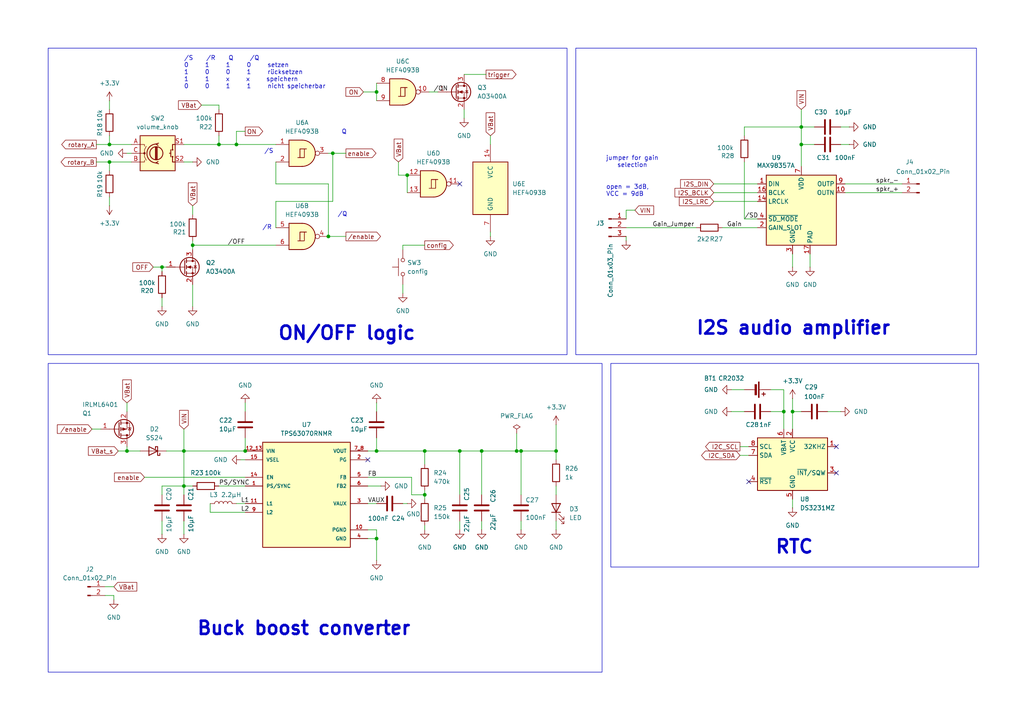
<source format=kicad_sch>
(kicad_sch (version 20250114) (generator "eeschema") (generator_version "9.0")
  (paper "A4")
  (lib_symbols
    (symbol "4xxx:HEF4093B" (pin_names (offset 1.016))
      (property "Reference" "U" (at 0 1.27 0))
      (property "Value" "HEF4093B" (at 0 -1.27 0))
      (symbol "HEF4093B_1_1"
        (pin input line (at -7.62 2.54 0) (length 3.81) (name "~") (number "1"))
        (pin input line (at -7.62 -2.54 0) (length 3.81) (name "~") (number "2"))
        (pin output inverted (at 7.62 0 180) (length 3.81) (name "~") (number "3"))
      )
      (symbol "HEF4093B_1_2"
        (pin input inverted (at -7.62 2.54 0) (length 4.318) (name "~") (number "1"))
        (pin input inverted (at -7.62 -2.54 0) (length 4.318) (name "~") (number "2"))
        (pin output line (at 7.62 0 180) (length 3.81) (name "~") (number "3"))
      )
      (symbol "HEF4093B_2_1"
        (pin input line (at -7.62 2.54 0) (length 3.81) (name "~") (number "5"))
        (pin input line (at -7.62 -2.54 0) (length 3.81) (name "~") (number "6"))
        (pin output inverted (at 7.62 0 180) (length 3.81) (name "~") (number "4"))
      )
      (symbol "HEF4093B_2_2"
        (pin input inverted (at -7.62 2.54 0) (length 4.318) (name "~") (number "5"))
        (pin input inverted (at -7.62 -2.54 0) (length 4.318) (name "~") (number "6"))
        (pin output line (at 7.62 0 180) (length 3.81) (name "~") (number "4"))
      )
      (symbol "HEF4093B_3_1"
        (pin input line (at -7.62 2.54 0) (length 3.81) (name "~") (number "8"))
        (pin input line (at -7.62 -2.54 0) (length 3.81) (name "~") (number "9"))
        (pin output inverted (at 7.62 0 180) (length 3.81) (name "~") (number "10"))
      )
      (symbol "HEF4093B_3_2"
        (pin input inverted (at -7.62 2.54 0) (length 4.318) (name "~") (number "8"))
        (pin input inverted (at -7.62 -2.54 0) (length 4.318) (name "~") (number "9"))
        (pin output line (at 7.62 0 180) (length 3.81) (name "~") (number "10"))
      )
      (symbol "HEF4093B_4_1"
        (pin input line (at -7.62 2.54 0) (length 3.81) (name "~") (number "12"))
        (pin input line (at -7.62 -2.54 0) (length 3.81) (name "~") (number "13"))
        (pin output inverted (at 7.62 0 180) (length 3.81) (name "~") (number "11"))
      )
      (symbol "HEF4093B_4_2"
        (pin input inverted (at -7.62 2.54 0) (length 4.318) (name "~") (number "12"))
        (pin input inverted (at -7.62 -2.54 0) (length 4.318) (name "~") (number "13"))
        (pin output line (at 7.62 0 180) (length 3.81) (name "~") (number "11"))
      )
      (symbol "HEF4093B_5_0"
        (pin power_in line (at 0 12.7 270) (length 5.08) (name "VCC") (number "14"))
        (pin power_in line (at 0 -12.7 90) (length 5.08) (name "GND") (number "7"))
      )
    )
    (symbol "Audio:MAX98357A"
      (property "Reference" "U" (at -8.89 11.43 0))
      (property "Value" "MAX98357A" (at 10.16 11.43 0))
      (symbol "MAX98357A_1_1"
        (pin input line (at -12.7 7.62 0) (length 2.54) (name "DIN") (number "1"))
        (pin input line (at -12.7 5.08 0) (length 2.54) (name "BCLK") (number "16"))
        (pin input line (at -12.7 2.54 0) (length 2.54) (name "LRCLK") (number "14"))
        (pin input line (at -12.7 -2.54 0) (length 2.54) (name "~{SD_MODE}") (number "4"))
        (pin passive line (at -12.7 -5.08 0) (length 2.54) (name "GAIN_SLOT") (number "2"))
        (pin passive line (at -2.54 -12.7 90) (length 2.54) (hide yes) (name "GND") (number "11"))
        (pin passive line (at -2.54 -12.7 90) (length 2.54) (hide yes) (name "GND") (number "15"))
        (pin power_in line (at -2.54 -12.7 90) (length 2.54) (name "GND") (number "3"))
        (pin power_in line (at 0 12.7 270) (length 2.54) (name "VDD") (number "7"))
        (pin passive line (at 0 12.7 270) (length 2.54) (hide yes) (name "VDD") (number "8"))
        (pin unspecified line (at 2.54 -12.7 90) (length 2.54) (name "PAD") (number "17"))
        (pin no_connect line (at 10.16 2.54 180) (length 2.54) (hide yes) (name "NC") (number "5"))
        (pin no_connect line (at 10.16 0 180) (length 2.54) (hide yes) (name "NC") (number "6"))
        (pin no_connect line (at 10.16 -5.08 180) (length 2.54) (hide yes) (name "NC") (number "12"))
        (pin no_connect line (at 10.16 -7.62 180) (length 2.54) (hide yes) (name "NC") (number "13"))
        (pin output line (at 12.7 7.62 180) (length 2.54) (name "OUTP") (number "9"))
        (pin output line (at 12.7 5.08 180) (length 2.54) (name "OUTN") (number "10"))
      )
    )
    (symbol "Connector:Conn_01x02_Pin" (pin_names (offset 1.016) (hide yes))
      (property "Reference" "J" (at 0 2.54 0))
      (property "Value" "Conn_01x02_Pin" (at 0 -5.08 0))
      (symbol "Conn_01x02_Pin_1_1"
        (pin passive line (at 5.08 0 180) (length 3.81) (name "Pin_1") (number "1"))
        (pin passive line (at 5.08 -2.54 180) (length 3.81) (name "Pin_2") (number "2"))
      )
    )
    (symbol "Connector:Conn_01x03_Pin" (pin_names (offset 1.016) (hide yes))
      (property "Reference" "J" (at 0 5.08 0))
      (property "Value" "Conn_01x03_Pin" (at 0 -5.08 0))
      (symbol "Conn_01x03_Pin_1_1"
        (pin passive line (at 5.08 2.54 180) (length 3.81) (name "Pin_1") (number "1"))
        (pin passive line (at 5.08 0 180) (length 3.81) (name "Pin_2") (number "2"))
        (pin passive line (at 5.08 -2.54 180) (length 3.81) (name "Pin_3") (number "3"))
      )
    )
    (symbol "Device:Battery_Cell" (pin_numbers (hide yes)) (pin_names (offset 0) (hide yes))
      (property "Reference" "BT" (at 2.54 2.54 0))
      (property "Value" "Battery_Cell" (at 2.54 0 0))
      (symbol "Battery_Cell_1_1"
        (pin passive line (at 0 5.08 270) (length 2.54) (name "+") (number "1"))
        (pin passive line (at 0 -2.54 90) (length 2.54) (name "-") (number "2"))
      )
    )
    (symbol "Device:C" (pin_numbers (hide yes)) (pin_names (offset 0.254))
      (property "Reference" "C" (at 0.635 2.54 0))
      (property "Value" "C" (at 0.635 -2.54 0))
      (symbol "C_1_1"
        (pin passive line (at 0 3.81 270) (length 2.794) (name "~") (number "1"))
        (pin passive line (at 0 -3.81 90) (length 2.794) (name "~") (number "2"))
      )
    )
    (symbol "Device:L" (pin_numbers (hide yes)) (pin_names (offset 1.016) (hide yes))
      (property "Reference" "L" (at -1.27 0 90))
      (property "Value" "L" (at 1.905 0 90))
      (symbol "L_1_1"
        (pin passive line (at 0 3.81 270) (length 1.27) (name "1") (number "1"))
        (pin passive line (at 0 -3.81 90) (length 1.27) (name "2") (number "2"))
      )
    )
    (symbol "Device:LED" (pin_numbers (hide yes)) (pin_names (offset 1.016) (hide yes))
      (property "Reference" "D" (at 0 2.54 0))
      (property "Value" "LED" (at 0 -2.54 0))
      (symbol "LED_1_1"
        (pin passive line (at -3.81 0 0) (length 2.54) (name "K") (number "1"))
        (pin passive line (at 3.81 0 180) (length 2.54) (name "A") (number "2"))
      )
    )
    (symbol "Device:R" (pin_numbers (hide yes)) (pin_names (offset 0))
      (property "Reference" "R" (at 2.032 0 90))
      (property "Value" "R" (at 0 0 90))
      (symbol "R_1_1"
        (pin passive line (at 0 3.81 270) (length 1.27) (name "~") (number "1"))
        (pin passive line (at 0 -3.81 90) (length 1.27) (name "~") (number "2"))
      )
    )
    (symbol "Device:RotaryEncoder_Switch" (pin_names (offset 0.254) (hide yes))
      (property "Reference" "SW" (at 0 6.604 0))
      (property "Value" "RotaryEncoder_Switch" (at 0 -6.604 0))
      (symbol "RotaryEncoder_Switch_1_1"
        (pin passive line (at -7.62 2.54 0) (length 2.54) (name "A") (number "A"))
        (pin passive line (at -7.62 0 0) (length 2.54) (name "C") (number "C"))
        (pin passive line (at -7.62 -2.54 0) (length 2.54) (name "B") (number "B"))
        (pin passive line (at 7.62 2.54 180) (length 2.54) (name "S1") (number "S1"))
        (pin passive line (at 7.62 -2.54 180) (length 2.54) (name "S2") (number "S2"))
      )
    )
    (symbol "Diode:SS24" (pin_numbers (hide yes)) (pin_names (offset 1.016) (hide yes))
      (property "Reference" "D" (at 0 2.54 0))
      (property "Value" "SS24" (at 0 -2.54 0))
      (symbol "SS24_1_1"
        (pin passive line (at -3.81 0 0) (length 2.54) (name "K") (number "1"))
        (pin passive line (at 3.81 0 180) (length 2.54) (name "A") (number "2"))
      )
    )
    (symbol "New_Library:SW_MEC_5G" (pin_numbers (hide yes)) (pin_names (offset 1.016) (hide yes))
      (property "Reference" "SW" (at 1.27 2.54 0))
      (property "Value" "SW_MEC_5G" (at 0 -1.524 0))
      (symbol "SW_MEC_5G_1_1"
        (pin passive line (at -5.08 0 0) (length 2.54) (name "A") (number "1"))
        (pin passive line (at 5.08 0 180) (length 2.54) (name "B") (number "2"))
      )
    )
    (symbol "TPS63070RNMR:TPS63070RNMR" (pin_names (offset 1.016))
      (property "Reference" "U" (at -12.7 16.24 0))
      (property "Value" "TPS63070RNMR" (at -12.7 -19.24 0))
      (symbol "TPS63070RNMR_0_0"
        (pin input line (at -17.78 12.7 0) (length 5.08) (name "VIN") (number "12_13"))
        (pin input line (at -17.78 10.16 0) (length 5.08) (name "VSEL") (number "15"))
        (pin input line (at -17.78 5.08 0) (length 5.08) (name "EN") (number "14"))
        (pin input line (at -17.78 2.54 0) (length 5.08) (name "PS/SYNC") (number "1"))
        (pin input line (at -17.78 -2.54 0) (length 5.08) (name "L1") (number "11"))
        (pin input line (at -17.78 -5.08 0) (length 5.08) (name "L2") (number "9"))
        (pin output line (at 17.78 12.7 180) (length 5.08) (name "VOUT") (number "7_8"))
        (pin output line (at 17.78 10.16 180) (length 5.08) (name "PG") (number "2"))
        (pin input line (at 17.78 5.08 180) (length 5.08) (name "FB") (number "5"))
        (pin output line (at 17.78 2.54 180) (length 5.08) (name "FB2") (number "6"))
        (pin output line (at 17.78 -2.54 180) (length 5.08) (name "VAUX") (number "3"))
        (pin power_in line (at 17.78 -10.16 180) (length 5.08) (name "PGND") (number "10"))
        (pin power_in line (at 17.78 -12.7 180) (length 5.08) (name "GND") (number "4"))
      )
    )
    (symbol "Timer_RTC:DS3231MZ"
      (property "Reference" "U" (at -7.62 8.89 0))
      (property "Value" "DS3231MZ" (at 11.43 8.89 0))
      (symbol "DS3231MZ_1_1"
        (pin input line (at -12.7 5.08 0) (length 2.54) (name "SCL") (number "8"))
        (pin bidirectional line (at -12.7 2.54 0) (length 2.54) (name "SDA") (number "7"))
        (pin bidirectional line (at -12.7 -5.08 0) (length 2.54) (name "~{RST}") (number "4"))
        (pin power_in line (at -2.54 10.16 270) (length 2.54) (name "VBAT") (number "6"))
        (pin power_in line (at 0 10.16 270) (length 2.54) (name "VCC") (number "2"))
        (pin power_in line (at 0 -10.16 90) (length 2.54) (name "GND") (number "5"))
        (pin open_collector line (at 12.7 5.08 180) (length 2.54) (name "32KHZ") (number "1"))
        (pin open_collector line (at 12.7 -2.54 180) (length 2.54) (name "~{INT}/SQW") (number "3"))
      )
    )
    (symbol "Transistor_FET:AO3400A" (pin_names (offset 0) (hide yes))
      (property "Reference" "Q" (at 5.08 1.905 0))
      (property "Value" "AO3400A" (at 5.08 0 0))
      (symbol "AO3400A_1_1"
        (pin input line (at -5.08 0 0) (length 2.54) (name "G") (number "1"))
        (pin passive line (at 2.54 5.08 270) (length 2.54) (name "D") (number "3"))
        (pin passive line (at 2.54 -5.08 90) (length 2.54) (name "S") (number "2"))
      )
    )
    (symbol "Transistor_FET:IRLML6401" (pin_names (hide yes))
      (property "Reference" "Q" (at 5.08 1.905 0))
      (property "Value" "IRLML6401" (at 5.08 0 0))
      (symbol "IRLML6401_1_1"
        (pin input line (at -5.08 0 0) (length 2.54) (name "G") (number "1"))
        (pin passive line (at 2.54 5.08 270) (length 2.54) (name "D") (number "3"))
        (pin passive line (at 2.54 -5.08 90) (length 2.54) (name "S") (number "2"))
      )
    )
    (symbol "power:+3.3V" (power) (pin_numbers (hide yes)) (pin_names (offset 0) (hide yes))
      (property "Value" "+3.3V" (at 0 3.556 0))
      (symbol "+3.3V_1_1"
        (pin power_in line (at 0 0 90) (length 0) (name "~") (number "1"))
      )
    )
    (symbol "power:GND" (power) (pin_numbers (hide yes)) (pin_names (offset 0) (hide yes))
      (property "Value" "GND" (at 0 -3.81 0))
      (symbol "GND_1_1"
        (pin power_in line (at 0 0 270) (length 0) (name "~") (number "1"))
      )
    )
    (symbol "power:PWR_FLAG" (power) (pin_numbers (hide yes)) (pin_names (offset 0) (hide yes))
      (property "Value" "PWR_FLAG" (at 0 3.81 0))
      (symbol "PWR_FLAG_0_0"
        (pin power_out line (at 0 0 90) (length 0) (name "~") (number "1"))
      )
    )
  )
  (rectangle (start 13.97 13.97) (end 164.465 102.87))
  (rectangle (start 167.005 13.97) (end 283.21 102.87))
  (rectangle (start 13.97 105.41) (end 174.625 194.945))
  (rectangle (start 177.165 105.41) (end 283.845 164.465))
  (text "/S" (at 77.978 43.942 0) (effects (font (size 1.27 1.27))))
  (text "jumper for gain\nselection" (at 183.388 46.99 0) (effects (font (size 1.27 1.27))))
  (text "I2S audio amplifier" (at 230.124 95.25 0) (effects (font (size 3.81 3.81) (thickness 0.762) (bold yes))))
  (text "open = 3dB, \nVCC = 9dB" (at 175.768 55.372 0) (effects (font (size 1.27 1.27)) (justify left)))
  (text "RTC\n" (at 230.378 158.75 0) (effects (font (size 3.81 3.81) (thickness 0.762) (bold yes))))
  (text "ON/OFF logic" (at 100.584 96.774 0) (effects (font (size 3.81 3.81) (thickness 0.762) (bold yes))))
  (text "/R" (at 77.47 66.04 0) (effects (font (size 1.27 1.27))))
  (text "/Q" (at 99.314 62.23 0) (effects (font (size 1.27 1.27))))
  (text "/S    /R    Q     /Q\n0     1     1     0     setzen\n1     0     0     1     rücksetzen\n1     1     x     x     speichern\n0     0     1     1     nicht speicherbar" (at 53.34 21.082 0) (effects (font (size 1.27 1.27)) (justify left)))
  (text "Buck boost converter" (at 88.138 182.372 0) (effects (font (size 3.81 3.81) (thickness 0.762) (bold yes))))
  (text "Q" (at 99.822 38.354 0) (effects (font (size 1.27 1.27))))
  (junction (at 232.41 36.83))
  (junction (at 53.34 130.81))
  (junction (at 31.75 41.91))
  (junction (at 109.22 130.81))
  (junction (at 68.58 41.91))
  (junction (at 36.83 130.81))
  (junction (at 232.41 41.91))
  (junction (at 161.29 130.81))
  (junction (at 95.25 68.58))
  (junction (at 96.52 44.45))
  (junction (at 149.86 130.81))
  (junction (at 71.12 130.81))
  (junction (at 109.22 26.67))
  (junction (at 123.19 130.81))
  (junction (at 123.19 143.51))
  (junction (at 31.75 46.99))
  (junction (at 229.87 119.38))
  (junction (at 46.99 77.47))
  (junction (at 227.33 119.38))
  (junction (at 151.13 130.81))
  (junction (at 133.35 130.81))
  (junction (at 53.34 140.97))
  (junction (at 109.22 156.21))
  (junction (at 139.7 130.81))
  (junction (at 63.5 41.91))
  (junction (at 55.88 71.12))
  (junction (at 118.11 50.8))
  (no_connect (at 106.68 133.35))
  (no_connect (at 217.17 139.7))
  (no_connect (at 242.57 129.54))
  (no_connect (at 133.35 53.34))
  (no_connect (at 242.57 137.16))
  (wire (pts (xy 53.34 124.46) (xy 53.34 130.81)))
  (wire (pts (xy 71.12 116.84) (xy 71.12 119.38)))
  (wire (pts (xy 133.35 151.13) (xy 133.35 153.67)))
  (wire (pts (xy 149.86 125.73) (xy 149.86 130.81)))
  (wire (pts (xy 181.61 60.96) (xy 181.61 63.5)))
  (wire (pts (xy 60.96 148.59) (xy 71.12 148.59)))
  (wire (pts (xy 243.84 36.83) (xy 246.38 36.83)))
  (wire (pts (xy 53.34 151.13) (xy 53.34 154.94)))
  (wire (pts (xy 181.61 66.04) (xy 201.93 66.04)))
  (wire (pts (xy 106.68 140.97) (xy 110.49 140.97)))
  (wire (pts (xy 115.57 50.8) (xy 118.11 50.8)))
  (wire (pts (xy 214.63 132.08) (xy 217.17 132.08)))
  (wire (pts (xy 119.38 143.51) (xy 123.19 143.51)))
  (wire (pts (xy 123.19 142.24) (xy 123.19 143.51)))
  (wire (pts (xy 53.34 130.81) (xy 53.34 140.97)))
  (wire (pts (xy 212.09 113.03) (xy 215.9 113.03)))
  (wire (pts (xy 232.41 36.83) (xy 232.41 41.91)))
  (wire (pts (xy 63.5 30.48) (xy 63.5 31.75)))
  (wire (pts (xy 53.34 140.97) (xy 55.88 140.97)))
  (wire (pts (xy 116.84 71.12) (xy 123.19 71.12)))
  (wire (pts (xy 245.11 55.88) (xy 261.62 55.88)))
  (wire (pts (xy 209.55 66.04) (xy 219.71 66.04)))
  (wire (pts (xy 215.9 36.83) (xy 232.41 36.83)))
  (wire (pts (xy 31.75 46.99) (xy 31.75 49.53)))
  (wire (pts (xy 133.35 130.81) (xy 139.7 130.81)))
  (wire (pts (xy 34.29 130.81) (xy 36.83 130.81)))
  (wire (pts (xy 232.41 36.83) (xy 236.22 36.83)))
  (wire (pts (xy 95.25 53.34) (xy 95.25 68.58)))
  (wire (pts (xy 115.57 46.99) (xy 115.57 50.8)))
  (wire (pts (xy 27.94 46.99) (xy 31.75 46.99)))
  (wire (pts (xy 134.62 31.75) (xy 134.62 34.29)))
  (wire (pts (xy 106.68 153.67) (xy 109.22 153.67)))
  (wire (pts (xy 229.87 119.38) (xy 229.87 124.46)))
  (wire (pts (xy 36.83 129.54) (xy 36.83 130.81)))
  (wire (pts (xy 227.33 113.03) (xy 227.33 119.38)))
  (wire (pts (xy 133.35 130.81) (xy 133.35 143.51)))
  (wire (pts (xy 212.09 119.38) (xy 215.9 119.38)))
  (wire (pts (xy 46.99 77.47) (xy 46.99 78.74)))
  (wire (pts (xy 106.68 130.81) (xy 109.22 130.81)))
  (wire (pts (xy 215.9 39.37) (xy 215.9 36.83)))
  (wire (pts (xy 80.01 53.34) (xy 95.25 53.34)))
  (wire (pts (xy 118.11 146.05) (xy 116.84 146.05)))
  (wire (pts (xy 80.01 46.99) (xy 80.01 53.34)))
  (wire (pts (xy 105.41 26.67) (xy 109.22 26.67)))
  (wire (pts (xy 229.87 73.66) (xy 229.87 77.47)))
  (wire (pts (xy 229.87 115.57) (xy 229.87 119.38)))
  (wire (pts (xy 106.68 146.05) (xy 109.22 146.05)))
  (wire (pts (xy 30.48 170.18) (xy 33.02 170.18)))
  (wire (pts (xy 53.34 140.97) (xy 53.34 143.51)))
  (wire (pts (xy 36.83 116.84) (xy 36.83 119.38)))
  (wire (pts (xy 31.75 39.37) (xy 31.75 41.91)))
  (wire (pts (xy 58.42 30.48) (xy 63.5 30.48)))
  (wire (pts (xy 119.38 138.43) (xy 119.38 143.51)))
  (wire (pts (xy 33.02 172.72) (xy 33.02 173.99)))
  (wire (pts (xy 26.67 124.46) (xy 29.21 124.46)))
  (wire (pts (xy 123.19 130.81) (xy 123.19 134.62)))
  (wire (pts (xy 149.86 130.81) (xy 151.13 130.81)))
  (wire (pts (xy 161.29 130.81) (xy 161.29 133.35)))
  (wire (pts (xy 142.24 39.37) (xy 142.24 41.91)))
  (wire (pts (xy 142.24 67.31) (xy 142.24 68.58)))
  (wire (pts (xy 27.94 41.91) (xy 31.75 41.91)))
  (wire (pts (xy 116.84 72.39) (xy 116.84 71.12)))
  (wire (pts (xy 161.29 151.13) (xy 161.29 153.67)))
  (wire (pts (xy 63.5 140.97) (xy 71.12 140.97)))
  (wire (pts (xy 95.25 44.45) (xy 96.52 44.45)))
  (wire (pts (xy 161.29 140.97) (xy 161.29 143.51)))
  (wire (pts (xy 223.52 113.03) (xy 227.33 113.03)))
  (wire (pts (xy 31.75 46.99) (xy 38.1 46.99)))
  (wire (pts (xy 53.34 41.91) (xy 63.5 41.91)))
  (wire (pts (xy 151.13 151.13) (xy 151.13 153.67)))
  (wire (pts (xy 215.9 46.99) (xy 215.9 63.5)))
  (wire (pts (xy 109.22 26.67) (xy 109.22 29.21)))
  (wire (pts (xy 63.5 41.91) (xy 68.58 41.91)))
  (wire (pts (xy 232.41 41.91) (xy 232.41 48.26)))
  (wire (pts (xy 68.58 41.91) (xy 80.01 41.91)))
  (wire (pts (xy 140.97 21.59) (xy 134.62 21.59)))
  (wire (pts (xy 96.52 44.45) (xy 100.33 44.45)))
  (wire (pts (xy 161.29 123.19) (xy 161.29 130.81)))
  (wire (pts (xy 151.13 130.81) (xy 151.13 143.51)))
  (wire (pts (xy 46.99 77.47) (xy 48.26 77.47)))
  (wire (pts (xy 181.61 60.96) (xy 184.15 60.96)))
  (wire (pts (xy 123.19 143.51) (xy 123.19 144.78)))
  (wire (pts (xy 71.12 127) (xy 71.12 130.81)))
  (wire (pts (xy 139.7 130.81) (xy 149.86 130.81)))
  (wire (pts (xy 55.88 71.12) (xy 80.01 71.12)))
  (wire (pts (xy 106.68 156.21) (xy 109.22 156.21)))
  (wire (pts (xy 109.22 153.67) (xy 109.22 156.21)))
  (wire (pts (xy 68.58 146.05) (xy 71.12 146.05)))
  (wire (pts (xy 31.75 29.21) (xy 31.75 31.75)))
  (wire (pts (xy 109.22 156.21) (xy 109.22 162.56)))
  (wire (pts (xy 109.22 24.13) (xy 109.22 26.67)))
  (wire (pts (xy 63.5 39.37) (xy 63.5 41.91)))
  (wire (pts (xy 234.95 73.66) (xy 234.95 77.47)))
  (wire (pts (xy 41.91 138.43) (xy 71.12 138.43)))
  (wire (pts (xy 139.7 143.51) (xy 139.7 130.81)))
  (wire (pts (xy 118.11 50.8) (xy 118.11 55.88)))
  (wire (pts (xy 151.13 130.81) (xy 161.29 130.81)))
  (wire (pts (xy 55.88 59.69) (xy 55.88 62.23)))
  (wire (pts (xy 71.12 38.1) (xy 68.58 38.1)))
  (wire (pts (xy 80.01 58.42) (xy 96.52 58.42)))
  (wire (pts (xy 119.38 138.43) (xy 106.68 138.43)))
  (wire (pts (xy 46.99 86.36) (xy 46.99 88.9)))
  (wire (pts (xy 30.48 172.72) (xy 33.02 172.72)))
  (wire (pts (xy 55.88 82.55) (xy 55.88 88.9)))
  (wire (pts (xy 80.01 66.04) (xy 80.01 58.42)))
  (wire (pts (xy 31.75 41.91) (xy 38.1 41.91)))
  (wire (pts (xy 124.46 26.67) (xy 127 26.67)))
  (wire (pts (xy 207.01 58.42) (xy 219.71 58.42)))
  (wire (pts (xy 46.99 140.97) (xy 53.34 140.97)))
  (wire (pts (xy 207.01 53.34) (xy 219.71 53.34)))
  (wire (pts (xy 227.33 119.38) (xy 227.33 124.46)))
  (wire (pts (xy 109.22 116.84) (xy 109.22 119.38)))
  (wire (pts (xy 123.19 130.81) (xy 133.35 130.81)))
  (wire (pts (xy 139.7 151.13) (xy 139.7 153.67)))
  (wire (pts (xy 109.22 130.81) (xy 123.19 130.81)))
  (wire (pts (xy 36.83 130.81) (xy 40.64 130.81)))
  (wire (pts (xy 123.19 152.4) (xy 123.19 153.67)))
  (wire (pts (xy 243.84 41.91) (xy 246.38 41.91)))
  (wire (pts (xy 116.84 82.55) (xy 116.84 85.09)))
  (wire (pts (xy 60.96 146.05) (xy 60.96 148.59)))
  (wire (pts (xy 96.52 58.42) (xy 96.52 44.45)))
  (wire (pts (xy 69.85 133.35) (xy 71.12 133.35)))
  (wire (pts (xy 46.99 151.13) (xy 46.99 154.94)))
  (wire (pts (xy 215.9 63.5) (xy 219.71 63.5)))
  (wire (pts (xy 68.58 41.91) (xy 68.58 38.1)))
  (wire (pts (xy 207.01 55.88) (xy 219.71 55.88)))
  (wire (pts (xy 214.63 129.54) (xy 217.17 129.54)))
  (wire (pts (xy 227.33 119.38) (xy 223.52 119.38)))
  (wire (pts (xy 245.11 53.34) (xy 261.62 53.34)))
  (wire (pts (xy 109.22 127) (xy 109.22 130.81)))
  (wire (pts (xy 232.41 31.75) (xy 232.41 36.83)))
  (wire (pts (xy 44.45 77.47) (xy 46.99 77.47)))
  (wire (pts (xy 46.99 143.51) (xy 46.99 140.97)))
  (wire (pts (xy 48.26 130.81) (xy 53.34 130.81)))
  (wire (pts (xy 181.61 68.58) (xy 181.61 69.85)))
  (wire (pts (xy 53.34 46.99) (xy 55.88 46.99)))
  (wire (pts (xy 55.88 69.85) (xy 55.88 71.12)))
  (wire (pts (xy 240.03 119.38) (xy 243.84 119.38)))
  (wire (pts (xy 31.75 57.15) (xy 31.75 59.69)))
  (wire (pts (xy 229.87 119.38) (xy 232.41 119.38)))
  (wire (pts (xy 229.87 144.78) (xy 229.87 147.32)))
  (wire (pts (xy 53.34 130.81) (xy 71.12 130.81)))
  (wire (pts (xy 232.41 41.91) (xy 236.22 41.91)))
  (wire (pts (xy 55.88 71.12) (xy 55.88 72.39)))
  (wire (pts (xy 36.83 44.45) (xy 38.1 44.45)))
  (wire (pts (xy 95.25 68.58) (xy 100.33 68.58)))
  (label "FB" (at 106.68 138.43 0))
  (label "VAUX" (at 106.68 146.05 0))
  (label "{slash}SD" (at 215.9 63.5 0))
  (label "spkr_+" (at 254 55.88 0))
  (label "{slash}OFF" (at 66.04 71.12 0))
  (label "L1" (at 69.85 146.05 0))
  (label "Gain" (at 210.82 66.04 0))
  (label "spkr_-" (at 254 53.34 0))
  (label "PS{slash}SYNC" (at 63.5 140.97 0))
  (label "L2" (at 69.85 148.59 0))
  (label "Gain_Jumper" (at 189.23 66.04 0))
  (label "{slash}ON" (at 125.73 26.67 0))
  (global_label "VBat" (shape input) (at 55.88 59.69 90) (property "Intersheetrefs" "${INTERSHEET_REFS}" (effects (hide yes))))
  (global_label "I2S_LRC" (shape input) (at 207.01 58.42 180) (property "Intersheetrefs" "${INTERSHEET_REFS}" (effects (hide yes))))
  (global_label "rotary_B" (shape output) (at 27.94 46.99 180) (property "Intersheetrefs" "${INTERSHEET_REFS}" (effects (hide yes))))
  (global_label "enable" (shape input) (at 41.91 138.43 180) (property "Intersheetrefs" "${INTERSHEET_REFS}" (effects (hide yes))))
  (global_label "VBat" (shape input) (at 142.24 39.37 90) (property "Intersheetrefs" "${INTERSHEET_REFS}" (effects (hide yes))))
  (global_label "I2C_SCL" (shape output) (at 214.63 129.54 180) (property "Intersheetrefs" "${INTERSHEET_REFS}" (effects (hide yes))))
  (global_label "VBat" (shape input) (at 36.83 116.84 90) (property "Intersheetrefs" "${INTERSHEET_REFS}" (effects (hide yes))))
  (global_label "I2S_BCLK" (shape input) (at 207.01 55.88 180) (property "Intersheetrefs" "${INTERSHEET_REFS}" (effects (hide yes))))
  (global_label "VIN" (shape input) (at 53.34 124.46 90) (property "Intersheetrefs" "${INTERSHEET_REFS}" (effects (hide yes))))
  (global_label "enable" (shape output) (at 100.33 44.45 0) (property "Intersheetrefs" "${INTERSHEET_REFS}" (effects (hide yes))))
  (global_label "OFF" (shape input) (at 44.45 77.47 180) (property "Intersheetrefs" "${INTERSHEET_REFS}" (effects (hide yes))))
  (global_label "VBat" (shape input) (at 115.57 46.99 90) (property "Intersheetrefs" "${INTERSHEET_REFS}" (effects (hide yes))))
  (global_label "trigger" (shape output) (at 140.97 21.59 0) (property "Intersheetrefs" "${INTERSHEET_REFS}" (effects (hide yes))))
  (global_label "config" (shape output) (at 123.19 71.12 0) (property "Intersheetrefs" "${INTERSHEET_REFS}" (effects (hide yes))))
  (global_label "VBat_s" (shape input) (at 34.29 130.81 180) (property "Intersheetrefs" "${INTERSHEET_REFS}" (effects (hide yes))))
  (global_label "VBat" (shape input) (at 58.42 30.48 180) (property "Intersheetrefs" "${INTERSHEET_REFS}" (effects (hide yes))))
  (global_label "rotary_A" (shape output) (at 27.94 41.91 180) (property "Intersheetrefs" "${INTERSHEET_REFS}" (effects (hide yes))))
  (global_label "{slash}enable" (shape input) (at 26.67 124.46 180) (property "Intersheetrefs" "${INTERSHEET_REFS}" (effects (hide yes))))
  (global_label "ON" (shape input) (at 105.41 26.67 180) (property "Intersheetrefs" "${INTERSHEET_REFS}" (effects (hide yes))))
  (global_label "I2C_SDA" (shape bidirectional) (at 214.63 132.08 180) (property "Intersheetrefs" "${INTERSHEET_REFS}" (effects (hide yes))))
  (global_label "I2S_DIN" (shape input) (at 207.01 53.34 180) (property "Intersheetrefs" "${INTERSHEET_REFS}" (effects (hide yes))))
  (global_label "VBat" (shape input) (at 33.02 170.18 0) (property "Intersheetrefs" "${INTERSHEET_REFS}" (effects (hide yes))))
  (global_label "VIN" (shape input) (at 184.15 60.96 0) (property "Intersheetrefs" "${INTERSHEET_REFS}" (effects (hide yes))))
  (global_label "{slash}enable" (shape output) (at 100.33 68.58 0) (property "Intersheetrefs" "${INTERSHEET_REFS}" (effects (hide yes))))
  (global_label "VIN" (shape input) (at 232.41 31.75 90) (property "Intersheetrefs" "${INTERSHEET_REFS}" (effects (hide yes))))
  (global_label "ON" (shape output) (at 71.12 38.1 0) (property "Intersheetrefs" "${INTERSHEET_REFS}" (effects (hide yes))))
  (symbol (lib_id "power:GND") (at 123.19 153.67 0) (unit 1)
    (property "Reference" "#PWR057" (effects (hide yes)))
    (property "Value" "GND" (at 123.19 158.75 0))
    (property "Description" "Power symbol creates a global label with name \"GND\" , ground" (effects (hide yes)))
  )
  (symbol (lib_id "power:GND") (at 109.22 116.84 180) (unit 1)
    (property "Reference" "#PWR052" (effects (hide yes)))
    (property "Value" "GND" (at 109.22 111.76 0))
    (property "Description" "Power symbol creates a global label with name \"GND\" , ground" (effects (hide yes)))
  )
  (symbol (lib_id "4xxx:HEF4093B") (at 116.84 26.67 0) (unit 3)
    (property "Reference" "U6" (at 116.8317 17.78 0))
    (property "Value" "HEF4093B" (at 116.8317 20.32 0))
    (property "Footprint" "Package_SO:SOIC-14_3.9x8.7mm_P1.27mm" (effects (hide yes)))
    (property "Datasheet" "https://assets.nexperia.com/documents/data-sheet/HEF4093B.pdf" (effects (hide yes)))
    (property "Description" "Quad 2-Input NAND Schmitt Trigger, SOIC-14" (effects (hide yes)))
    (property "LCSC" "C7867" (effects (hide yes)))
  )
  (symbol (lib_id "Device:C") (at 240.03 41.91 90) (unit 1)
    (property "Reference" "C31" (at 240.792 45.72 90) (effects (justify left)))
    (property "Value" "100nF" (at 248.158 45.72 90) (effects (justify left)))
    (property "Footprint" "Capacitor_SMD:C_0402_1005Metric" (effects (hide yes)))
    (property "LCSC" "C307331" (effects (hide yes)))
  )
  (symbol (lib_id "power:GND") (at 110.49 140.97 90) (unit 1)
    (property "Reference" "#PWR053" (effects (hide yes)))
    (property "Value" "GND" (at 114.3 140.9699 90) (effects (justify right)))
    (property "Description" "Power symbol creates a global label with name \"GND\" , ground" (effects (hide yes)))
  )
  (symbol (lib_id "4xxx:HEF4093B") (at 142.24 54.61 0) (unit 5)
    (property "Reference" "U6" (at 148.59 53.3399 0) (effects (justify left)))
    (property "Value" "HEF4093B" (at 148.59 55.8799 0) (effects (justify left)))
    (property "Footprint" "Package_SO:SOIC-14_3.9x8.7mm_P1.27mm" (effects (hide yes)))
    (property "Datasheet" "https://assets.nexperia.com/documents/data-sheet/HEF4093B.pdf" (effects (hide yes)))
    (property "Description" "Quad 2-Input NAND Schmitt Trigger, SOIC-14" (effects (hide yes)))
    (property "LCSC" "C7867" (effects (hide yes)))
  )
  (symbol (lib_id "Device:C") (at 53.34 147.32 0) (unit 1)
    (property "Reference" "C21" (at 55.372 145.288 90) (effects (justify left)))
    (property "Value" "10µF" (at 55.372 154.432 90) (effects (justify left)))
    (property "Footprint" "Capacitor_SMD:C_0805_2012Metric" (effects (hide yes)))
    (property "Description" "Unpolarized capacitor" (effects (hide yes)))
    (property "LCSC" "C15850" (effects (hide yes)))
  )
  (symbol (lib_id "Device:C") (at 240.03 36.83 90) (unit 1)
    (property "Reference" "C30" (at 240.03 32.512 90) (effects (justify left)))
    (property "Value" "10µF" (at 247.142 32.512 90) (effects (justify left)))
    (property "Footprint" "Capacitor_SMD:C_0805_2012Metric" (effects (hide yes)))
    (property "Description" "Unpolarized capacitor" (effects (hide yes)))
    (property "LCSC" "C15850" (effects (hide yes)))
  )
  (symbol (lib_id "power:GND") (at 116.84 85.09 0) (unit 1)
    (property "Reference" "#PWR055" (effects (hide yes)))
    (property "Value" "GND" (at 116.84 90.17 0))
    (property "Description" "Power symbol creates a global label with name \"GND\" , ground" (effects (hide yes)))
  )
  (symbol (lib_id "Device:R") (at 161.29 137.16 0) (unit 1)
    (property "Reference" "R26" (at 163.83 135.8899 0) (effects (justify left)))
    (property "Value" "1k" (at 163.83 138.4299 0) (effects (justify left)))
    (property "Footprint" "Resistor_SMD:R_0603_1608Metric" (effects (hide yes)))
    (property "Description" "Resistor" (effects (hide yes)))
    (property "LCSC" "C21190" (effects (hide yes)))
  )
  (symbol (lib_id "4xxx:HEF4093B") (at 87.63 44.45 0) (unit 1)
    (property "Reference" "U6" (at 87.6217 35.56 0))
    (property "Value" "HEF4093B" (at 87.6217 38.1 0))
    (property "Footprint" "Package_SO:SOIC-14_3.9x8.7mm_P1.27mm" (effects (hide yes)))
    (property "Datasheet" "https://assets.nexperia.com/documents/data-sheet/HEF4093B.pdf" (effects (hide yes)))
    (property "Description" "Quad 2-Input NAND Schmitt Trigger, SOIC-14" (effects (hide yes)))
    (property "LCSC" "C7867" (effects (hide yes)))
  )
  (symbol (lib_id "power:GND") (at 36.83 44.45 270) (mirror x) (unit 1)
    (property "Reference" "#PWR044" (effects (hide yes)))
    (property "Value" "GND" (at 33.02 44.4499 90) (effects (justify right)))
  )
  (symbol (lib_id "power:GND") (at 161.29 153.67 0) (unit 1)
    (property "Reference" "#PWR064" (effects (hide yes)))
    (property "Value" "GND" (at 161.29 158.75 0))
    (property "Description" "Power symbol creates a global label with name \"GND\" , ground" (effects (hide yes)))
  )
  (symbol (lib_id "Device:R") (at 123.19 138.43 0) (unit 1)
    (property "Reference" "R24" (at 125.73 137.1599 0) (effects (justify left)))
    (property "Value" "470k" (at 125.73 139.6999 0) (effects (justify left)))
    (property "Footprint" "Capacitor_SMD:C_0603_1608Metric" (effects (hide yes)))
    (property "Description" "Resistor" (effects (hide yes)))
    (property "LCSC" "C23178" (effects (hide yes)))
  )
  (symbol (lib_id "power:GND") (at 71.12 116.84 180) (unit 1)
    (property "Reference" "#PWR051" (effects (hide yes)))
    (property "Value" "GND" (at 71.12 111.76 0))
    (property "Description" "Power symbol creates a global label with name \"GND\" , ground" (effects (hide yes)))
  )
  (symbol (lib_id "power:GND") (at 133.35 153.67 0) (unit 1)
    (property "Reference" "#PWR058" (effects (hide yes)))
    (property "Value" "GND" (at 133.35 158.75 0))
    (property "Description" "Power symbol creates a global label with name \"GND\" , ground" (effects (hide yes)))
  )
  (symbol (lib_id "Device:C") (at 219.71 119.38 90) (unit 1)
    (property "Reference" "C28" (at 218.186 123.19 90))
    (property "Value" "1nF" (at 221.996 123.19 90))
    (property "Footprint" "Capacitor_SMD:C_0603_1608Metric" (effects (hide yes)))
    (property "Description" "Unpolarized capacitor" (effects (hide yes)))
    (property "LCSC" "C1588" (effects (hide yes)))
  )
  (symbol (lib_id "power:GND") (at 118.11 146.05 90) (unit 1)
    (property "Reference" "#PWR056" (effects (hide yes)))
    (property "Value" "GND" (at 117.856 149.098 90) (effects (justify right)))
    (property "Description" "Power symbol creates a global label with name \"GND\" , ground" (effects (hide yes)))
  )
  (symbol (lib_id "Device:R") (at 205.74 66.04 90) (unit 1)
    (property "Reference" "R27" (at 207.772 69.342 90))
    (property "Value" "2k2" (at 203.962 69.342 90))
    (property "Footprint" "Capacitor_SMD:C_0402_1005Metric" (effects (hide yes)))
    (property "Description" "Resistor" (effects (hide yes)))
    (property "LCSC" "C25879" (effects (hide yes)))
  )
  (symbol (lib_id "Transistor_FET:AO3400A") (at 132.08 26.67 0) (unit 1)
    (property "Reference" "Q3" (at 138.43 25.3999 0) (effects (justify left)))
    (property "Value" "AO3400A" (at 138.43 27.9399 0) (effects (justify left)))
    (property "Footprint" "Package_TO_SOT_SMD:SOT-23" (effects (hide yes)))
    (property "Datasheet" "http://www.aosmd.com/pdfs/datasheet/AO3400A.pdf" (effects (hide yes)))
    (property "Description" "30V Vds, 5.7A Id, N-Channel MOSFET, SOT-23" (effects (hide yes)))
    (property "LCSC" "C20917" (effects (hide yes)))
  )
  (symbol (lib_id "power:GND") (at 69.85 133.35 270) (unit 1)
    (property "Reference" "#PWR050" (effects (hide yes)))
    (property "Value" "GND" (at 66.04 133.3499 90) (effects (justify right)))
    (property "Description" "Power symbol creates a global label with name \"GND\" , ground" (effects (hide yes)))
  )
  (symbol (lib_id "4xxx:HEF4093B") (at 125.73 53.34 0) (unit 4)
    (property "Reference" "U6" (at 125.7217 44.45 0))
    (property "Value" "HEF4093B" (at 125.7217 46.99 0))
    (property "Footprint" "Package_SO:SOIC-14_3.9x8.7mm_P1.27mm" (effects (hide yes)))
    (property "Datasheet" "https://assets.nexperia.com/documents/data-sheet/HEF4093B.pdf" (effects (hide yes)))
    (property "Description" "Quad 2-Input NAND Schmitt Trigger, SOIC-14" (effects (hide yes)))
    (property "LCSC" "C7867" (effects (hide yes)))
  )
  (symbol (lib_id "power:GND") (at 246.38 41.91 90) (unit 1)
    (property "Reference" "#PWR074" (effects (hide yes)))
    (property "Value" "GND" (at 250.19 41.9099 90) (effects (justify right)))
    (property "Description" "Power symbol creates a global label with name \"GND\" , ground" (effects (hide yes)))
  )
  (symbol (lib_id "Device:C") (at 46.99 147.32 0) (unit 1)
    (property "Reference" "C20" (at 49.022 145.288 90) (effects (justify left)))
    (property "Value" "10µF" (at 49.022 154.432 90) (effects (justify left)))
    (property "Footprint" "Capacitor_SMD:C_0805_2012Metric" (effects (hide yes)))
    (property "Description" "Unpolarized capacitor" (effects (hide yes)))
    (property "LCSC" "C15850" (effects (hide yes)))
  )
  (symbol (lib_id "power:GND") (at 53.34 154.94 0) (unit 1)
    (property "Reference" "#PWR047" (effects (hide yes)))
    (property "Value" "GND" (at 53.34 160.02 0))
    (property "Description" "Power symbol creates a global label with name \"GND\" , ground" (effects (hide yes)))
  )
  (symbol (lib_id "Device:C") (at 139.7 147.32 0) (unit 1)
    (property "Reference" "C26" (at 143.002 145.796 90) (effects (justify left)))
    (property "Value" "22µF" (at 143.002 153.924 90) (effects (justify left)))
    (property "Footprint" "Capacitor_SMD:C_0805_2012Metric" (effects (hide yes)))
    (property "Description" "Unpolarized capacitor" (effects (hide yes)))
    (property "LCSC" "C45783" (effects (hide yes)))
  )
  (symbol (lib_id "power:GND") (at 55.88 46.99 90) (mirror x) (unit 1)
    (property "Reference" "#PWR048" (effects (hide yes)))
    (property "Value" "GND" (at 59.69 46.9899 90) (effects (justify right)))
  )
  (symbol (lib_id "power:GND") (at 139.7 153.67 0) (unit 1)
    (property "Reference" "#PWR060" (effects (hide yes)))
    (property "Value" "GND" (at 139.7 158.75 0))
    (property "Description" "Power symbol creates a global label with name \"GND\" , ground" (effects (hide yes)))
  )
  (symbol (lib_id "power:GND") (at 246.38 36.83 90) (unit 1)
    (property "Reference" "#PWR073" (effects (hide yes)))
    (property "Value" "GND" (at 250.19 36.8299 90) (effects (justify right)))
    (property "Description" "Power symbol creates a global label with name \"GND\" , ground" (effects (hide yes)))
  )
  (symbol (lib_id "power:GND") (at 212.09 119.38 270) (unit 1)
    (property "Reference" "#PWR067" (effects (hide yes)))
    (property "Value" "GND" (at 208.28 119.3799 90) (effects (justify right)))
    (property "Description" "Power symbol creates a global label with name \"GND\" , ground" (effects (hide yes)))
  )
  (symbol (lib_id "power:GND") (at 234.95 77.47 0) (unit 1)
    (property "Reference" "#PWR071" (effects (hide yes)))
    (property "Value" "GND" (at 234.95 82.55 0))
    (property "Description" "Power symbol creates a global label with name \"GND\" , ground" (effects (hide yes)))
  )
  (symbol (lib_id "Connector:Conn_01x02_Pin") (at 25.4 170.18 0) (unit 1)
    (property "Reference" "J2" (at 26.035 165.1 0))
    (property "Value" "Conn_01x02_Pin" (at 26.035 167.64 0))
    (property "Footprint" "Connector_JST:JST_XH_B2B-XH-A_1x02_P2.50mm_Vertical" (effects (hide yes)))
    (property "Description" "Generic connector, single row, 01x02, script generated" (effects (hide yes)))
  )
  (symbol (lib_id "Device:C") (at 151.13 147.32 0) (unit 1)
    (property "Reference" "C27" (at 152.4 145.034 0) (effects (justify left)))
    (property "Value" "100nF" (at 152.4 150.114 0) (effects (justify left)))
    (property "Footprint" "Capacitor_SMD:C_0402_1005Metric" (effects (hide yes)))
    (property "LCSC" "C307331" (effects (hide yes)))
  )
  (symbol (lib_id "Device:C") (at 133.35 147.32 0) (unit 1)
    (property "Reference" "C25" (at 135.382 145.288 90) (effects (justify left)))
    (property "Value" "22µF" (at 135.382 154.432 90) (effects (justify left)))
    (property "Footprint" "Capacitor_SMD:C_0805_2012Metric" (effects (hide yes)))
    (property "Description" "Unpolarized capacitor" (effects (hide yes)))
    (property "LCSC" "C45783" (effects (hide yes)))
  )
  (symbol (lib_id "Connector:Conn_01x02_Pin") (at 266.7 53.34 0) (mirror y) (unit 1)
    (property "Reference" "J4" (at 262.636 46.99 0) (effects (justify right)))
    (property "Value" "Conn_01x02_Pin" (at 259.842 49.784 0) (effects (justify right)))
    (property "Footprint" "my_footprints:2_pin" (effects (hide yes)))
    (property "Description" "Generic connector, single row, 01x02, script generated" (effects (hide yes)))
  )
  (symbol (lib_id "Device:Battery_Cell") (at 218.44 113.03 270) (unit 1)
    (property "Reference" "BT1" (at 205.994 109.728 90))
    (property "Value" "CR2032" (at 212.09 109.728 90))
    (property "Footprint" "my_footprints:BatteryHolderCR2032" (effects (hide yes)))
    (property "Description" "Single-cell battery" (effects (hide yes)))
  )
  (symbol (lib_id "Timer_RTC:DS3231MZ") (at 229.87 134.62 0) (unit 1)
    (property "Reference" "U8" (at 232.0133 144.78 0) (effects (justify left)))
    (property "Value" "DS3231MZ" (at 232.0133 147.32 0) (effects (justify left)))
    (property "Footprint" "Package_SO:SOIC-8_3.9x4.9mm_P1.27mm" (effects (hide yes)))
    (property "Datasheet" "http://datasheets.maximintegrated.com/en/ds/DS3231M.pdf" (effects (hide yes)))
    (property "Description" "±5ppm, I2C Real-Time Clock SOIC-8" (effects (hide yes)))
    (property "LCSC" "C107410" (effects (hide yes)))
  )
  (symbol (lib_id "power:PWR_FLAG") (at 149.86 125.73 0) (unit 1)
    (property "Reference" "#FLG01" (effects (hide yes)))
    (property "Value" "PWR_FLAG" (at 149.86 120.65 0))
    (property "Description" "Special symbol for telling ERC where power comes from" (effects (hide yes)))
  )
  (symbol (lib_id "power:GND") (at 229.87 147.32 0) (unit 1)
    (property "Reference" "#PWR070" (effects (hide yes)))
    (property "Value" "GND" (at 229.87 152.4 0))
    (property "Description" "Power symbol creates a global label with name \"GND\" , ground" (effects (hide yes)))
  )
  (symbol (lib_id "Device:R") (at 31.75 53.34 0) (mirror x) (unit 1)
    (property "Reference" "R19" (at 28.956 55.372 90))
    (property "Value" "10k" (at 28.956 51.308 90))
    (property "Footprint" "Resistor_SMD:R_0402_1005Metric" (effects (hide yes)))
    (property "LCSC" "C25744" (effects (hide yes)))
  )
  (symbol (lib_id "Device:C") (at 109.22 123.19 0) (unit 1)
    (property "Reference" "C23" (at 101.6 121.92 0) (effects (justify left)))
    (property "Value" "10µF" (at 101.6 124.46 0) (effects (justify left)))
    (property "Footprint" "Capacitor_SMD:C_0603_1608Metric" (effects (hide yes)))
    (property "LCSC" "C96446" (effects (hide yes)))
  )
  (symbol (lib_id "power:GND") (at 33.02 173.99 0) (unit 1)
    (property "Reference" "#PWR043" (effects (hide yes)))
    (property "Value" "GND" (at 33.02 179.07 0))
    (property "Description" "Power symbol creates a global label with name \"GND\" , ground" (effects (hide yes)))
  )
  (symbol (lib_id "power:GND") (at 55.88 88.9 0) (unit 1)
    (property "Reference" "#PWR049" (effects (hide yes)))
    (property "Value" "GND" (at 55.88 93.98 0))
    (property "Description" "Power symbol creates a global label with name \"GND\" , ground" (effects (hide yes)))
  )
  (symbol (lib_id "power:GND") (at 142.24 68.58 0) (unit 1)
    (property "Reference" "#PWR061" (effects (hide yes)))
    (property "Value" "GND" (at 142.24 73.66 0))
    (property "Description" "Power symbol creates a global label with name \"GND\" , ground" (effects (hide yes)))
  )
  (symbol (lib_id "Connector:Conn_01x03_Pin") (at 176.53 66.04 0) (unit 1)
    (property "Reference" "J3" (at 175.26 64.7699 0) (effects (justify right)))
    (property "Value" "Conn_01x03_Pin" (at 177.038 70.612 90) (effects (justify right)))
    (property "Footprint" "my_footprints:3_pin_jumper" (effects (hide yes)))
    (property "Description" "Generic connector, single row, 01x03, script generated" (effects (hide yes)))
  )
  (symbol (lib_id "power:GND") (at 229.87 77.47 0) (unit 1)
    (property "Reference" "#PWR068" (effects (hide yes)))
    (property "Value" "GND" (at 229.87 82.55 0))
    (property "Description" "Power symbol creates a global label with name \"GND\" , ground" (effects (hide yes)))
  )
  (symbol (lib_id "Device:R") (at 215.9 43.18 180) (unit 1)
    (property "Reference" "R28" (at 211.074 45.212 0))
    (property "Value" "100k" (at 210.3755 42.8625 0))
    (property "Footprint" "Resistor_SMD:R_0402_1005Metric" (effects (hide yes)))
    (property "Description" "Resistor" (effects (hide yes)))
    (property "LCSC" "C25741" (effects (hide yes)))
  )
  (symbol (lib_id "Transistor_FET:AO3400A") (at 53.34 77.47 0) (unit 1)
    (property "Reference" "Q2" (at 59.69 76.1999 0) (effects (justify left)))
    (property "Value" "AO3400A" (at 59.69 78.7399 0) (effects (justify left)))
    (property "Footprint" "Package_TO_SOT_SMD:SOT-23" (effects (hide yes)))
    (property "Datasheet" "http://www.aosmd.com/pdfs/datasheet/AO3400A.pdf" (effects (hide yes)))
    (property "Description" "30V Vds, 5.7A Id, N-Channel MOSFET, SOT-23" (effects (hide yes)))
    (property "LCSC" "C20917" (effects (hide yes)))
  )
  (symbol (lib_id "power:+3.3V") (at 161.29 123.19 0) (unit 1)
    (property "Reference" "#PWR063" (effects (hide yes)))
    (property "Value" "+3.3V" (at 161.29 118.11 0))
    (property "Description" "Power symbol creates a global label with name \"+3.3V\"" (effects (hide yes)))
  )
  (symbol (lib_id "power:GND") (at 109.22 162.56 0) (unit 1)
    (property "Reference" "#PWR054" (effects (hide yes)))
    (property "Value" "GND" (at 109.22 167.64 0))
    (property "Description" "Power symbol creates a global label with name \"GND\" , ground" (effects (hide yes)))
  )
  (symbol (lib_id "New_Library:SW_MEC_5G") (at 116.84 77.47 90) (unit 1)
    (property "Reference" "SW3" (at 118.11 76.1999 90) (effects (justify right)))
    (property "Value" "config" (at 118.11 78.7399 90) (effects (justify right)))
    (property "Footprint" "my_footprints:OmronTaster" (effects (hide yes)))
    (property "Datasheet" "http://www.apem.com/int/index.php?controller=attachment&id_attachment=488" (effects (hide yes)))
    (property "Description" "MEC 5G single pole normally-open tactile switch" (effects (hide yes)))
    (property "LCSC" "C318884" (effects (hide yes)))
  )
  (symbol (lib_id "Device:LED") (at 161.29 147.32 90) (unit 1)
    (property "Reference" "D3" (at 165.1 147.6374 90) (effects (justify right)))
    (property "Value" "LED" (at 165.1 150.1774 90) (effects (justify right)))
    (property "Footprint" "LED_SMD:LED_0201_0603Metric" (effects (hide yes)))
    (property "Description" "Light emitting diode" (effects (hide yes)))
    (property "Sim.Pins" "1=K 2=A" (effects (hide yes)))
    (property "LCSC" "C2286" (effects (hide yes)))
  )
  (symbol (lib_id "power:GND") (at 243.84 119.38 90) (unit 1)
    (property "Reference" "#PWR072" (effects (hide yes)))
    (property "Value" "GND" (at 247.65 119.3799 90) (effects (justify right)))
    (property "Description" "Power symbol creates a global label with name \"GND\" , ground" (effects (hide yes)))
  )
  (symbol (lib_id "4xxx:HEF4093B") (at 87.63 68.58 0) (unit 2)
    (property "Reference" "U6" (at 87.6217 59.69 0))
    (property "Value" "HEF4093B" (at 87.6217 62.23 0))
    (property "Footprint" "Package_SO:SOIC-14_3.9x8.7mm_P1.27mm" (effects (hide yes)))
    (property "Datasheet" "https://assets.nexperia.com/documents/data-sheet/HEF4093B.pdf" (effects (hide yes)))
    (property "Description" "Quad 2-Input NAND Schmitt Trigger, SOIC-14" (effects (hide yes)))
    (property "LCSC" "C7867" (effects (hide yes)))
  )
  (symbol (lib_id "Diode:SS24") (at 44.45 130.81 180) (unit 1)
    (property "Reference" "D2" (at 44.7675 124.46 0))
    (property "Value" "SS24" (at 44.7675 127 0))
    (property "Footprint" "Diode_SMD:D_SMA" (effects (hide yes)))
    (property "Datasheet" "https://www.vishay.com/docs/88748/ss22.pdf" (effects (hide yes)))
    (property "Description" "40V 2A Schottky Diode, SMA" (effects (hide yes)))
    (property "LCSC" "C7420362" (effects (hide yes)))
  )
  (symbol (lib_id "Transistor_FET:IRLML6401") (at 34.29 124.46 0) (mirror x) (unit 1)
    (property "Reference" "Q1" (at 23.876 119.888 0) (effects (justify left)))
    (property "Value" "IRLML6401" (at 23.876 117.348 0) (effects (justify left)))
    (property "Footprint" "Package_TO_SOT_SMD:SOT-23" (effects (hide yes)))
    (property "Datasheet" "https://www.infineon.com/dgdl/irlml6401pbf.pdf?fileId=5546d462533600a401535668b96d2634" (effects (hide yes)))
  )
  (symbol (lib_id "Device:R") (at 59.69 140.97 90) (unit 1)
    (property "Reference" "R23" (at 57.15 137.16 90))
    (property "Value" "100k" (at 61.722 137.16 90))
    (property "Footprint" "Resistor_SMD:R_0402_1005Metric" (effects (hide yes)))
    (property "Description" "Resistor" (effects (hide yes)))
    (property "LCSC" "C25741" (effects (hide yes)))
  )
  (symbol (lib_id "Device:R") (at 55.88 66.04 180) (unit 1)
    (property "Reference" "R21" (at 52.07 67.31 0))
    (property "Value" "100k" (at 51.562 65.024 0))
    (property "Footprint" "Resistor_SMD:R_0402_1005Metric" (effects (hide yes)))
    (property "Description" "Resistor" (effects (hide yes)))
    (property "LCSC" "C25741" (effects (hide yes)))
  )
  (symbol (lib_id "Device:R") (at 63.5 35.56 180) (unit 1)
    (property "Reference" "R22" (at 59.69 36.83 0))
    (property "Value" "100k" (at 59.182 34.29 0))
    (property "Footprint" "Resistor_SMD:R_0402_1005Metric" (effects (hide yes)))
    (property "Description" "Resistor" (effects (hide yes)))
    (property "LCSC" "C25741" (effects (hide yes)))
  )
  (symbol (lib_id "Device:RotaryEncoder_Switch") (at 45.72 44.45 0) (unit 1)
    (property "Reference" "SW2" (at 45.72 34.29 0))
    (property "Value" "volume_knob" (at 45.72 36.83 0))
    (property "Footprint" "Rotary_Encoder:RotaryEncoder_Alps_EC11E-Switch_Vertical_H20mm" (effects (hide yes)))
    (property "Description" "Rotary encoder, dual channel, incremental quadrate outputs, with switch" (effects (hide yes)))
  )
  (symbol (lib_id "power:+3.3V") (at 229.87 115.57 0) (unit 1)
    (property "Reference" "#PWR069" (effects (hide yes)))
    (property "Value" "+3.3V" (at 229.87 110.49 0))
    (property "Description" "Power symbol creates a global label with name \"+3.3V\"" (effects (hide yes)))
  )
  (symbol (lib_id "Device:R") (at 123.19 148.59 0) (unit 1)
    (property "Reference" "R25" (at 125.73 147.3199 0) (effects (justify left)))
    (property "Value" "150k" (at 125.73 149.8599 0) (effects (justify left)))
    (property "Footprint" "Capacitor_SMD:C_0603_1608Metric" (effects (hide yes)))
    (property "Description" "Resistor" (effects (hide yes)))
    (property "LCSC" "C22807" (effects (hide yes)))
  )
  (symbol (lib_id "power:GND") (at 181.61 69.85 0) (unit 1)
    (property "Reference" "#PWR065" (effects (hide yes)))
    (property "Value" "GND" (effects (hide yes)))
    (property "Description" "Power symbol creates a global label with name \"GND\" , ground" (effects (hide yes)))
  )
  (symbol (lib_id "Device:C") (at 113.03 146.05 270) (unit 1)
    (property "Reference" "C24" (at 113.538 150.368 90) (effects (justify left)))
    (property "Value" "100nF" (at 106.68 150.368 90) (effects (justify left)))
    (property "Footprint" "Capacitor_SMD:C_0402_1005Metric" (effects (hide yes)))
    (property "LCSC" "C307331" (effects (hide yes)))
  )
  (symbol (lib_id "Device:R") (at 46.99 82.55 180) (unit 1)
    (property "Reference" "R20" (at 42.672 84.328 0))
    (property "Value" "100k" (at 42.672 82.042 0))
    (property "Footprint" "Resistor_SMD:R_0402_1005Metric" (effects (hide yes)))
    (property "Description" "Resistor" (effects (hide yes)))
    (property "LCSC" "C25741" (effects (hide yes)))
  )
  (symbol (lib_id "Device:C") (at 236.22 119.38 90) (unit 1)
    (property "Reference" "C29" (at 237.236 112.268 90) (effects (justify left)))
    (property "Value" "100nF" (at 239.268 115.062 90) (effects (justify left)))
    (property "Footprint" "Capacitor_SMD:C_0402_1005Metric" (effects (hide yes)))
    (property "LCSC" "C307331" (effects (hide yes)))
  )
  (symbol (lib_id "Audio:MAX98357A") (at 232.41 60.96 0) (unit 1)
    (property "Reference" "U9" (at 223.774 45.72 0) (effects (justify left)))
    (property "Value" "MAX98357A" (at 219.456 48.006 0) (effects (justify left)))
    (property "Footprint" "Package_DFN_QFN:TQFN-16-1EP_3x3mm_P0.5mm_EP1.23x1.23mm" (effects (hide yes)))
    (property "Datasheet" "https://www.analog.com/media/en/technical-documentation/data-sheets/MAX98357A-MAX98357B.pdf" (effects (hide yes)))
    (property "Description" "Mono DAC with amplifier, I2S, PCM, TDM, 32-bit, 96khz, 3.2W, TQFP-16" (effects (hide yes)))
  )
  (symbol (lib_id "power:GND") (at 46.99 88.9 0) (unit 1)
    (property "Reference" "#PWR045" (effects (hide yes)))
    (property "Value" "GND" (at 46.99 93.98 0))
    (property "Description" "Power symbol creates a global label with name \"GND\" , ground" (effects (hide yes)))
  )
  (symbol (lib_id "Device:R") (at 31.75 35.56 0) (mirror x) (unit 1)
    (property "Reference" "R18" (at 28.956 37.592 90))
    (property "Value" "10k" (at 28.956 33.528 90))
    (property "Footprint" "Resistor_SMD:R_0402_1005Metric" (effects (hide yes)))
    (property "LCSC" "C25744" (effects (hide yes)))
  )
  (symbol (lib_id "power:GND") (at 151.13 153.67 0) (unit 1)
    (property "Reference" "#PWR062" (effects (hide yes)))
    (property "Value" "GND" (at 151.13 158.75 0))
    (property "Description" "Power symbol creates a global label with name \"GND\" , ground" (effects (hide yes)))
  )
  (symbol (lib_id "power:+3.3V") (at 31.75 29.21 0) (unit 1)
    (property "Reference" "#PWR041" (effects (hide yes)))
    (property "Value" "+3.3V" (at 31.75 24.13 0))
    (property "Description" "Power symbol creates a global label with name \"+3.3V\"" (effects (hide yes)))
  )
  (symbol (lib_id "power:GND") (at 134.62 34.29 0) (unit 1)
    (property "Reference" "#PWR059" (effects (hide yes)))
    (property "Value" "GND" (at 134.62 39.37 0))
    (property "Description" "Power symbol creates a global label with name \"GND\" , ground" (effects (hide yes)))
  )
  (symbol (lib_id "Device:L") (at 64.77 146.05 90) (unit 1)
    (property "Reference" "L3" (at 61.976 143.51 90))
    (property "Value" "2.2µH" (at 67.056 143.51 90))
    (property "Footprint" "Inductor_SMD:L_Bourns_SRP7028A_7.3x6.6mm" (effects (hide yes)))
    (property "Description" "Inductor" (effects (hide yes)))
    (property "LCSC" "C167218" (effects (hide yes)))
  )
  (symbol (lib_id "power:+3.3V") (at 31.75 59.69 180) (unit 1)
    (property "Reference" "#PWR042" (effects (hide yes)))
    (property "Value" "+3.3V" (at 31.75 64.77 0))
    (property "Description" "Power symbol creates a global label with name \"+3.3V\"" (effects (hide yes)))
  )
  (symbol (lib_id "power:GND") (at 46.99 154.94 0) (unit 1)
    (property "Reference" "#PWR046" (effects (hide yes)))
    (property "Value" "GND" (at 46.99 160.02 0))
    (property "Description" "Power symbol creates a global label with name \"GND\" , ground" (effects (hide yes)))
  )
  (symbol (lib_id "Device:C") (at 71.12 123.19 0) (unit 1)
    (property "Reference" "C22" (at 63.5 121.92 0) (effects (justify left)))
    (property "Value" "10µF" (at 63.5 124.46 0) (effects (justify left)))
    (property "Footprint" "Capacitor_SMD:C_0603_1608Metric" (effects (hide yes)))
    (property "LCSC" "C96446" (effects (hide yes)))
  )
  (symbol (lib_id "power:GND") (at 212.09 113.03 270) (unit 1)
    (property "Reference" "#PWR066" (effects (hide yes)))
    (property "Value" "GND" (at 208.28 113.0299 90) (effects (justify right)))
    (property "Description" "Power symbol creates a global label with name \"GND\" , ground" (effects (hide yes)))
  )
  (symbol (lib_id "TPS63070RNMR:TPS63070RNMR") (at 88.9 143.51 0) (unit 1)
    (property "Reference" "U7" (at 88.9 123.19 0))
    (property "Value" "TPS63070RNMR" (at 88.9 125.73 0))
    (property "Footprint" "my_footprints:VREG_TPS63070RNMR" (effects (hide yes)))
    (property "MF" "Texas Instruments" (effects (hide yes)))
    (property "MAXIMUM_PACKAGE_HEIGHT" "1.0mm" (effects (hide yes)))
    (property "Package" "VQFN-HR-15 Texas Instruments" (effects (hide yes)))
    (property "Price" "None" (effects (hide yes)))
    (property "Check_prices" "https://www.snapeda.com/parts/TPS63070RNMR/Texas+Instruments/view-part/?ref=eda" (effects (hide yes)))
    (property "STANDARD" "Manufacturer Recommendations" (effects (hide yes)))
    (property "PARTREV" "B" (effects (hide yes)))
    (property "SnapEDA_Link" "https://www.snapeda.com/parts/TPS63070RNMR/Texas+Instruments/view-part/?ref=snap" (effects (hide yes)))
    (property "MP" "TPS63070RNMR" (effects (hide yes)))
    (property "Description_1" "Wide input voltage (2V-16V) buck-boost converter" (effects (hide yes)))
    (property "Availability" "In Stock" (effects (hide yes)))
    (property "MANUFACTURER" "Texas Instruments" (effects (hide yes)))
    (property "LCSC" "C109322" (effects (hide yes)))
  )
)
</source>
